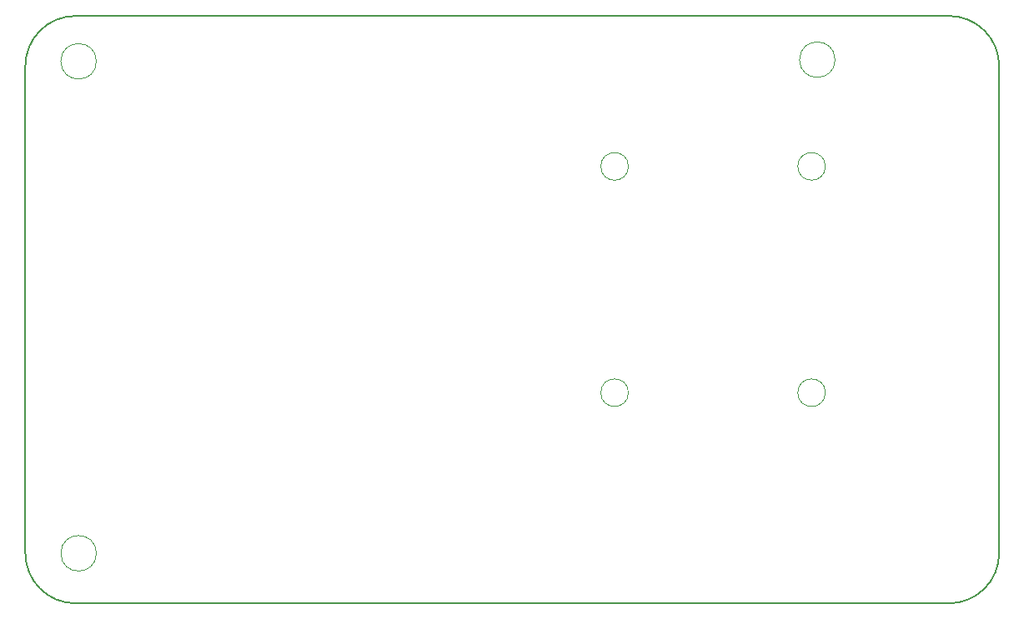
<source format=gbr>
%TF.GenerationSoftware,KiCad,Pcbnew,8.0.4-8.0.4-0~ubuntu22.04.1*%
%TF.CreationDate,2024-09-15T12:59:40-04:00*%
%TF.ProjectId,RonsEcono15,526f6e73-4563-46f6-9e6f-31352e6b6963,rev?*%
%TF.SameCoordinates,Original*%
%TF.FileFunction,Profile,NP*%
%FSLAX46Y46*%
G04 Gerber Fmt 4.6, Leading zero omitted, Abs format (unit mm)*
G04 Created by KiCad (PCBNEW 8.0.4-8.0.4-0~ubuntu22.04.1) date 2024-09-15 12:59:40*
%MOMM*%
%LPD*%
G01*
G04 APERTURE LIST*
%TA.AperFunction,Profile*%
%ADD10C,0.200000*%
%TD*%
%TA.AperFunction,Profile*%
%ADD11C,0.050000*%
%TD*%
G04 APERTURE END LIST*
D10*
X189044996Y-100319743D02*
G75*
G02*
X183964996Y-105399746I-5079996J-7D01*
G01*
D11*
X151400000Y-84000000D02*
G75*
G02*
X148600000Y-84000000I-1400000J0D01*
G01*
X148600000Y-84000000D02*
G75*
G02*
X151400000Y-84000000I1400000J0D01*
G01*
X151400000Y-61000000D02*
G75*
G02*
X148600000Y-61000000I-1400000J0D01*
G01*
X148600000Y-61000000D02*
G75*
G02*
X151400000Y-61000000I1400000J0D01*
G01*
D10*
X95255095Y-45709744D02*
X183964996Y-45709745D01*
D11*
X97382872Y-50319743D02*
G75*
G02*
X93777320Y-50319743I-1802776J0D01*
G01*
X93777320Y-50319743D02*
G75*
G02*
X97382872Y-50319743I1802776J0D01*
G01*
D10*
X183964996Y-105399743D02*
X95255097Y-105399742D01*
X189044998Y-50789745D02*
X189045000Y-100319743D01*
D11*
X97382872Y-100319743D02*
G75*
G02*
X93777320Y-100319743I-1802776J0D01*
G01*
X93777320Y-100319743D02*
G75*
G02*
X97382872Y-100319743I1802776J0D01*
G01*
X171400000Y-84000000D02*
G75*
G02*
X168600000Y-84000000I-1400000J0D01*
G01*
X168600000Y-84000000D02*
G75*
G02*
X171400000Y-84000000I1400000J0D01*
G01*
D10*
X95255097Y-105399742D02*
G75*
G02*
X90175058Y-100319742I3J5080042D01*
G01*
X90175095Y-50789744D02*
G75*
G02*
X95255095Y-45709745I5079995J4D01*
G01*
X183964996Y-45709745D02*
G75*
G02*
X189044955Y-50789745I4J-5079955D01*
G01*
X90175097Y-100319742D02*
X90175095Y-50789744D01*
D11*
X172382776Y-50154743D02*
G75*
G02*
X168777224Y-50154743I-1802776J0D01*
G01*
X168777224Y-50154743D02*
G75*
G02*
X172382776Y-50154743I1802776J0D01*
G01*
X171400000Y-61000000D02*
G75*
G02*
X168600000Y-61000000I-1400000J0D01*
G01*
X168600000Y-61000000D02*
G75*
G02*
X171400000Y-61000000I1400000J0D01*
G01*
M02*

</source>
